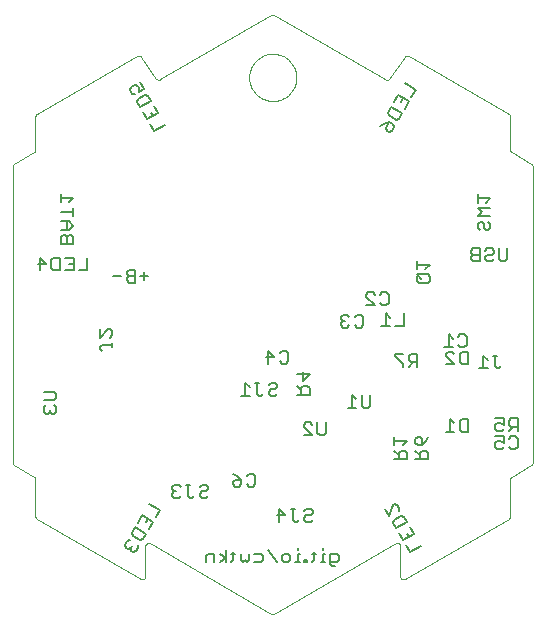
<source format=gbo>
G75*
%MOIN*%
%OFA0B0*%
%FSLAX24Y24*%
%IPPOS*%
%LPD*%
%AMOC8*
5,1,8,0,0,1.08239X$1,22.5*
%
%ADD10C,0.0000*%
%ADD11C,0.0080*%
D10*
X000950Y003328D02*
X004410Y001330D01*
X004427Y001322D01*
X004446Y001318D01*
X004465Y001317D01*
X004484Y001320D01*
X004502Y001326D01*
X004518Y001336D01*
X004532Y001348D01*
X004544Y001363D01*
X004553Y001380D01*
X004558Y001398D01*
X004560Y001417D01*
X004560Y002431D01*
X004562Y002450D01*
X004567Y002468D01*
X004576Y002485D01*
X004588Y002500D01*
X004602Y002512D01*
X004618Y002522D01*
X004636Y002528D01*
X004655Y002531D01*
X004674Y002530D01*
X004693Y002525D01*
X004710Y002518D01*
X004710Y002517D02*
X008760Y000179D01*
X008760Y000178D02*
X008776Y000171D01*
X008793Y000167D01*
X008810Y000165D01*
X008827Y000167D01*
X008844Y000171D01*
X008860Y000178D01*
X008860Y000179D02*
X012911Y002517D01*
X012911Y002518D02*
X012928Y002526D01*
X012947Y002530D01*
X012966Y002531D01*
X012985Y002528D01*
X013003Y002522D01*
X013019Y002512D01*
X013033Y002500D01*
X013045Y002485D01*
X013054Y002468D01*
X013059Y002450D01*
X013061Y002431D01*
X013061Y001417D01*
X013063Y001398D01*
X013068Y001380D01*
X013077Y001363D01*
X013089Y001348D01*
X013103Y001336D01*
X013119Y001326D01*
X013137Y001320D01*
X013156Y001317D01*
X013175Y001318D01*
X013194Y001323D01*
X013211Y001330D01*
X016671Y003328D01*
X016721Y003415D02*
X016721Y004659D01*
X016723Y004676D01*
X016727Y004693D01*
X016734Y004709D01*
X016744Y004723D01*
X016757Y004736D01*
X016771Y004746D01*
X017421Y005121D01*
X017471Y005208D02*
X017471Y015092D01*
X017421Y015179D02*
X016771Y015554D01*
X016757Y015564D01*
X016744Y015577D01*
X016734Y015591D01*
X016727Y015607D01*
X016723Y015624D01*
X016721Y015641D01*
X016721Y016755D01*
X016671Y016842D02*
X013336Y018767D01*
X013336Y018768D02*
X013319Y018775D01*
X013301Y018780D01*
X013283Y018781D01*
X013264Y018779D01*
X013247Y018773D01*
X013230Y018764D01*
X013216Y018752D01*
X013204Y018738D01*
X012696Y018012D01*
X012696Y018013D02*
X012684Y017999D01*
X012670Y017987D01*
X012653Y017978D01*
X012636Y017972D01*
X012617Y017970D01*
X012599Y017971D01*
X012581Y017976D01*
X012564Y017983D01*
X008860Y020121D01*
X008760Y020121D02*
X005057Y017983D01*
X005040Y017976D01*
X005022Y017971D01*
X005004Y017970D01*
X004985Y017972D01*
X004968Y017978D01*
X004951Y017987D01*
X004937Y017999D01*
X004925Y018013D01*
X004925Y018012D02*
X004417Y018738D01*
X004405Y018752D01*
X004391Y018764D01*
X004374Y018773D01*
X004357Y018779D01*
X004338Y018781D01*
X004320Y018780D01*
X004302Y018775D01*
X004285Y018768D01*
X004285Y018767D02*
X000950Y016842D01*
X000936Y016832D01*
X000923Y016819D01*
X000913Y016805D01*
X000906Y016789D01*
X000902Y016772D01*
X000900Y016755D01*
X000900Y015641D01*
X000898Y015624D01*
X000894Y015607D01*
X000887Y015591D01*
X000877Y015577D01*
X000864Y015564D01*
X000850Y015554D01*
X000200Y015179D01*
X000186Y015169D01*
X000173Y015156D01*
X000163Y015142D01*
X000156Y015126D01*
X000152Y015109D01*
X000150Y015092D01*
X000150Y005208D01*
X000152Y005191D01*
X000156Y005174D01*
X000163Y005158D01*
X000173Y005144D01*
X000186Y005131D01*
X000200Y005121D01*
X000850Y004746D01*
X000900Y004659D02*
X000900Y003415D01*
X000902Y003398D01*
X000906Y003381D01*
X000913Y003365D01*
X000923Y003351D01*
X000936Y003338D01*
X000950Y003328D01*
X000900Y004659D02*
X000898Y004676D01*
X000894Y004693D01*
X000887Y004709D01*
X000877Y004723D01*
X000864Y004736D01*
X000850Y004746D01*
X008023Y018050D02*
X008025Y018106D01*
X008031Y018161D01*
X008041Y018215D01*
X008054Y018269D01*
X008072Y018322D01*
X008093Y018373D01*
X008117Y018423D01*
X008145Y018471D01*
X008177Y018517D01*
X008211Y018561D01*
X008249Y018602D01*
X008289Y018640D01*
X008332Y018675D01*
X008377Y018707D01*
X008425Y018736D01*
X008474Y018762D01*
X008525Y018784D01*
X008577Y018802D01*
X008631Y018816D01*
X008686Y018827D01*
X008741Y018834D01*
X008796Y018837D01*
X008852Y018836D01*
X008907Y018831D01*
X008962Y018822D01*
X009016Y018810D01*
X009069Y018793D01*
X009121Y018773D01*
X009171Y018749D01*
X009219Y018722D01*
X009266Y018692D01*
X009310Y018658D01*
X009352Y018621D01*
X009390Y018581D01*
X009427Y018539D01*
X009460Y018494D01*
X009489Y018448D01*
X009516Y018399D01*
X009538Y018348D01*
X009558Y018296D01*
X009573Y018242D01*
X009585Y018188D01*
X009593Y018133D01*
X009597Y018078D01*
X009597Y018022D01*
X009593Y017967D01*
X009585Y017912D01*
X009573Y017858D01*
X009558Y017804D01*
X009538Y017752D01*
X009516Y017701D01*
X009489Y017652D01*
X009460Y017606D01*
X009427Y017561D01*
X009390Y017519D01*
X009352Y017479D01*
X009310Y017442D01*
X009266Y017408D01*
X009219Y017378D01*
X009171Y017351D01*
X009121Y017327D01*
X009069Y017307D01*
X009016Y017290D01*
X008962Y017278D01*
X008907Y017269D01*
X008852Y017264D01*
X008796Y017263D01*
X008741Y017266D01*
X008686Y017273D01*
X008631Y017284D01*
X008577Y017298D01*
X008525Y017316D01*
X008474Y017338D01*
X008425Y017364D01*
X008377Y017393D01*
X008332Y017425D01*
X008289Y017460D01*
X008249Y017498D01*
X008211Y017539D01*
X008177Y017583D01*
X008145Y017629D01*
X008117Y017677D01*
X008093Y017727D01*
X008072Y017778D01*
X008054Y017831D01*
X008041Y017885D01*
X008031Y017939D01*
X008025Y017994D01*
X008023Y018050D01*
X008760Y020122D02*
X008776Y020129D01*
X008793Y020133D01*
X008810Y020135D01*
X008827Y020133D01*
X008844Y020129D01*
X008860Y020122D01*
X016671Y016842D02*
X016685Y016832D01*
X016698Y016819D01*
X016708Y016805D01*
X016715Y016789D01*
X016719Y016772D01*
X016721Y016755D01*
X017421Y015179D02*
X017435Y015169D01*
X017448Y015156D01*
X017458Y015142D01*
X017465Y015126D01*
X017469Y015109D01*
X017471Y015092D01*
X017471Y005208D02*
X017469Y005191D01*
X017465Y005174D01*
X017458Y005158D01*
X017448Y005144D01*
X017435Y005131D01*
X017421Y005121D01*
X016721Y003415D02*
X016719Y003398D01*
X016715Y003381D01*
X016708Y003365D01*
X016698Y003351D01*
X016685Y003338D01*
X016671Y003328D01*
D11*
X016760Y005665D02*
X016690Y005735D01*
X016760Y005665D02*
X016900Y005665D01*
X016970Y005735D01*
X016970Y006015D01*
X016900Y006085D01*
X016760Y006085D01*
X016690Y006015D01*
X016510Y006085D02*
X016510Y005875D01*
X016370Y005945D01*
X016300Y005945D01*
X016230Y005875D01*
X016230Y005735D01*
X016300Y005665D01*
X016440Y005665D01*
X016510Y005735D01*
X016510Y006085D02*
X016230Y006085D01*
X016300Y006265D02*
X016440Y006265D01*
X016510Y006335D01*
X016510Y006475D02*
X016370Y006545D01*
X016300Y006545D01*
X016230Y006475D01*
X016230Y006335D01*
X016300Y006265D01*
X016510Y006475D02*
X016510Y006685D01*
X016230Y006685D01*
X016690Y006615D02*
X016690Y006475D01*
X016760Y006405D01*
X016970Y006405D01*
X016830Y006405D02*
X016690Y006265D01*
X016970Y006265D02*
X016970Y006685D01*
X016760Y006685D01*
X016690Y006615D01*
X015320Y006660D02*
X015320Y006240D01*
X015110Y006240D01*
X015040Y006310D01*
X015040Y006590D01*
X015110Y006660D01*
X015320Y006660D01*
X014860Y006520D02*
X014720Y006660D01*
X014720Y006240D01*
X014860Y006240D02*
X014580Y006240D01*
X013985Y006070D02*
X013915Y005930D01*
X013775Y005790D01*
X013775Y006000D01*
X013705Y006070D01*
X013635Y006070D01*
X013565Y006000D01*
X013565Y005860D01*
X013635Y005790D01*
X013775Y005790D01*
X013775Y005610D02*
X013705Y005540D01*
X013705Y005330D01*
X013705Y005470D02*
X013565Y005610D01*
X013775Y005610D02*
X013915Y005610D01*
X013985Y005540D01*
X013985Y005330D01*
X013565Y005330D01*
X013285Y005330D02*
X013285Y005540D01*
X013215Y005610D01*
X013075Y005610D01*
X013005Y005540D01*
X013005Y005330D01*
X013005Y005470D02*
X012865Y005610D01*
X012865Y005790D02*
X012865Y006070D01*
X012865Y005930D02*
X013285Y005930D01*
X013145Y005790D01*
X013285Y005330D02*
X012865Y005330D01*
X012861Y003836D02*
X012801Y003801D01*
X012698Y003418D01*
X012558Y003661D01*
X012861Y003836D02*
X012957Y003811D01*
X013027Y003689D01*
X013001Y003593D01*
X013091Y003437D02*
X012849Y003297D01*
X012823Y003202D01*
X012928Y003020D01*
X013292Y003230D01*
X013187Y003412D01*
X013091Y003437D01*
X013382Y003074D02*
X013522Y002831D01*
X013158Y002621D01*
X013018Y002864D01*
X013270Y002847D02*
X013340Y002726D01*
X013248Y002465D02*
X013389Y002222D01*
X013753Y002432D01*
X011010Y002100D02*
X011010Y001960D01*
X010940Y001890D01*
X010730Y001890D01*
X010730Y001820D02*
X010730Y002170D01*
X010940Y002170D01*
X011010Y002100D01*
X010870Y001750D02*
X010800Y001750D01*
X010730Y001820D01*
X010550Y001890D02*
X010409Y001890D01*
X010480Y001890D02*
X010480Y002170D01*
X010550Y002170D01*
X010480Y002310D02*
X010480Y002380D01*
X010243Y002170D02*
X010103Y002170D01*
X010173Y002240D02*
X010173Y001960D01*
X010103Y001890D01*
X009936Y001890D02*
X009866Y001890D01*
X009866Y001960D01*
X009936Y001960D01*
X009936Y001890D01*
X009706Y001890D02*
X009565Y001890D01*
X009635Y001890D02*
X009635Y002170D01*
X009706Y002170D01*
X009635Y002310D02*
X009635Y002380D01*
X009399Y002100D02*
X009399Y001960D01*
X009329Y001890D01*
X009188Y001890D01*
X009118Y001960D01*
X009118Y002100D01*
X009188Y002170D01*
X009329Y002170D01*
X009399Y002100D01*
X008938Y001890D02*
X008658Y002310D01*
X008478Y002100D02*
X008478Y001960D01*
X008408Y001890D01*
X008198Y001890D01*
X008017Y001960D02*
X008017Y002170D01*
X008198Y002170D02*
X008408Y002170D01*
X008478Y002100D01*
X008017Y001960D02*
X007947Y001890D01*
X007877Y001960D01*
X007807Y001890D01*
X007737Y001960D01*
X007737Y002170D01*
X007557Y002170D02*
X007417Y002170D01*
X007487Y002240D02*
X007487Y001960D01*
X007417Y001890D01*
X007250Y001890D02*
X007250Y002310D01*
X007040Y002170D02*
X007250Y002030D01*
X007040Y001890D01*
X006866Y001890D02*
X006866Y002170D01*
X006656Y002170D01*
X006586Y002100D01*
X006586Y001890D01*
X004912Y003395D02*
X005052Y003638D01*
X004688Y003848D01*
X004458Y003449D02*
X004822Y003239D01*
X004682Y002996D01*
X004592Y002840D02*
X004487Y002658D01*
X004391Y002633D01*
X004148Y002773D01*
X004123Y002869D01*
X004228Y003051D01*
X004592Y002840D01*
X004570Y003223D02*
X004640Y003344D01*
X004458Y003449D02*
X004318Y003207D01*
X004058Y002617D02*
X003963Y002591D01*
X003893Y002470D01*
X003918Y002374D01*
X003979Y002339D01*
X004075Y002365D01*
X004100Y002269D01*
X004161Y002234D01*
X004257Y002260D01*
X004327Y002381D01*
X004301Y002477D01*
X004110Y002425D02*
X004075Y002365D01*
X005529Y004040D02*
X005669Y004040D01*
X005739Y004110D01*
X005599Y004250D02*
X005529Y004250D01*
X005459Y004180D01*
X005459Y004110D01*
X005529Y004040D01*
X005529Y004250D02*
X005459Y004320D01*
X005459Y004390D01*
X005529Y004460D01*
X005669Y004460D01*
X005739Y004390D01*
X005919Y004460D02*
X006059Y004460D01*
X005989Y004460D02*
X005989Y004110D01*
X006059Y004040D01*
X006130Y004040D01*
X006200Y004110D01*
X006380Y004110D02*
X006450Y004040D01*
X006590Y004040D01*
X006660Y004110D01*
X006590Y004250D02*
X006450Y004250D01*
X006380Y004180D01*
X006380Y004110D01*
X006590Y004250D02*
X006660Y004320D01*
X006660Y004390D01*
X006590Y004460D01*
X006450Y004460D01*
X006380Y004390D01*
X007480Y004485D02*
X007550Y004415D01*
X007690Y004415D01*
X007760Y004485D01*
X007760Y004625D01*
X007550Y004625D01*
X007480Y004555D01*
X007480Y004485D01*
X007620Y004765D02*
X007760Y004625D01*
X007620Y004765D02*
X007480Y004835D01*
X007940Y004765D02*
X008010Y004835D01*
X008150Y004835D01*
X008220Y004765D01*
X008220Y004485D01*
X008150Y004415D01*
X008010Y004415D01*
X007940Y004485D01*
X009010Y003660D02*
X009220Y003450D01*
X008940Y003450D01*
X009010Y003240D02*
X009010Y003660D01*
X009401Y003660D02*
X009541Y003660D01*
X009471Y003660D02*
X009471Y003310D01*
X009541Y003240D01*
X009611Y003240D01*
X009681Y003310D01*
X009861Y003310D02*
X009931Y003240D01*
X010071Y003240D01*
X010141Y003310D01*
X010071Y003450D02*
X010141Y003520D01*
X010141Y003590D01*
X010071Y003660D01*
X009931Y003660D01*
X009861Y003590D01*
X009931Y003450D02*
X009861Y003380D01*
X009861Y003310D01*
X009931Y003450D02*
X010071Y003450D01*
X010120Y006130D02*
X009839Y006130D01*
X009839Y006410D02*
X009839Y006480D01*
X009909Y006550D01*
X010050Y006550D01*
X010120Y006480D01*
X010300Y006550D02*
X010300Y006200D01*
X010370Y006130D01*
X010510Y006130D01*
X010580Y006200D01*
X010580Y006550D01*
X010120Y006130D02*
X009839Y006410D01*
X009755Y007480D02*
X009755Y007690D01*
X009825Y007760D01*
X009965Y007760D01*
X010035Y007690D01*
X010035Y007480D01*
X009615Y007480D01*
X009755Y007620D02*
X009615Y007760D01*
X009825Y007940D02*
X009825Y008220D01*
X009615Y008150D02*
X010035Y008150D01*
X009825Y007940D01*
X009250Y008515D02*
X009320Y008585D01*
X009320Y008865D01*
X009250Y008935D01*
X009110Y008935D01*
X009040Y008865D01*
X008860Y008725D02*
X008580Y008725D01*
X008650Y008515D02*
X008650Y008935D01*
X008860Y008725D01*
X009040Y008585D02*
X009110Y008515D01*
X009250Y008515D01*
X008890Y007860D02*
X008750Y007860D01*
X008680Y007790D01*
X008750Y007650D02*
X008680Y007580D01*
X008680Y007510D01*
X008750Y007440D01*
X008890Y007440D01*
X008960Y007510D01*
X008890Y007650D02*
X008750Y007650D01*
X008890Y007650D02*
X008960Y007720D01*
X008960Y007790D01*
X008890Y007860D01*
X008500Y007510D02*
X008430Y007440D01*
X008359Y007440D01*
X008289Y007510D01*
X008289Y007860D01*
X008359Y007860D02*
X008219Y007860D01*
X008039Y007720D02*
X007899Y007860D01*
X007899Y007440D01*
X008039Y007440D02*
X007759Y007440D01*
X011080Y009785D02*
X011150Y009715D01*
X011290Y009715D01*
X011360Y009785D01*
X011540Y009785D02*
X011610Y009715D01*
X011750Y009715D01*
X011820Y009785D01*
X011820Y010065D01*
X011750Y010135D01*
X011610Y010135D01*
X011540Y010065D01*
X011360Y010065D02*
X011290Y010135D01*
X011150Y010135D01*
X011080Y010065D01*
X011080Y009995D01*
X011150Y009925D01*
X011080Y009855D01*
X011080Y009785D01*
X011150Y009925D02*
X011220Y009925D01*
X011930Y010465D02*
X012210Y010465D01*
X011930Y010745D01*
X011930Y010815D01*
X012000Y010885D01*
X012140Y010885D01*
X012210Y010815D01*
X012390Y010815D02*
X012460Y010885D01*
X012600Y010885D01*
X012670Y010815D01*
X012670Y010535D01*
X012600Y010465D01*
X012460Y010465D01*
X012390Y010535D01*
X012570Y010185D02*
X012570Y009765D01*
X012710Y009765D02*
X012430Y009765D01*
X012710Y010045D02*
X012570Y010185D01*
X012890Y009765D02*
X013170Y009765D01*
X013170Y010185D01*
X013689Y011202D02*
X013619Y011272D01*
X013619Y011412D01*
X013689Y011483D01*
X013969Y011483D01*
X014039Y011412D01*
X014039Y011272D01*
X013969Y011202D01*
X013689Y011202D01*
X013759Y011342D02*
X013619Y011483D01*
X013619Y011663D02*
X013619Y011943D01*
X013619Y011803D02*
X014039Y011803D01*
X013899Y011663D01*
X015430Y012002D02*
X015500Y011932D01*
X015711Y011932D01*
X015711Y012352D01*
X015500Y012352D01*
X015430Y012282D01*
X015430Y012212D01*
X015500Y012142D01*
X015711Y012142D01*
X015891Y012072D02*
X015891Y012002D01*
X015961Y011932D01*
X016101Y011932D01*
X016171Y012002D01*
X016101Y012142D02*
X015961Y012142D01*
X015891Y012072D01*
X015891Y012282D02*
X015961Y012352D01*
X016101Y012352D01*
X016171Y012282D01*
X016171Y012212D01*
X016101Y012142D01*
X016351Y012002D02*
X016421Y011932D01*
X016561Y011932D01*
X016631Y012002D01*
X016631Y012352D01*
X016351Y012352D02*
X016351Y012002D01*
X015990Y012959D02*
X015920Y012959D01*
X015850Y013029D01*
X015850Y013169D01*
X015780Y013239D01*
X015710Y013239D01*
X015640Y013169D01*
X015640Y013029D01*
X015710Y012959D01*
X015990Y012959D02*
X016060Y013029D01*
X016060Y013169D01*
X015990Y013239D01*
X016060Y013419D02*
X015640Y013419D01*
X015780Y013559D01*
X015640Y013699D01*
X016060Y013699D01*
X015920Y013880D02*
X016060Y014020D01*
X015640Y014020D01*
X015640Y013880D02*
X015640Y014160D01*
X015500Y012142D02*
X015430Y012072D01*
X015430Y012002D01*
X015200Y009485D02*
X015060Y009485D01*
X014990Y009415D01*
X014810Y009345D02*
X014670Y009485D01*
X014670Y009065D01*
X014810Y009065D02*
X014530Y009065D01*
X014650Y008910D02*
X014580Y008840D01*
X014580Y008770D01*
X014860Y008490D01*
X014580Y008490D01*
X014650Y008910D02*
X014790Y008910D01*
X014860Y008840D01*
X015040Y008840D02*
X015040Y008560D01*
X015110Y008490D01*
X015320Y008490D01*
X015320Y008910D01*
X015110Y008910D01*
X015040Y008840D01*
X015060Y009065D02*
X014990Y009135D01*
X015060Y009065D02*
X015200Y009065D01*
X015270Y009135D01*
X015270Y009415D01*
X015200Y009485D01*
X015828Y008770D02*
X015828Y008349D01*
X015968Y008349D02*
X015688Y008349D01*
X015968Y008630D02*
X015828Y008770D01*
X016148Y008770D02*
X016288Y008770D01*
X016218Y008770D02*
X016218Y008420D01*
X016288Y008349D01*
X016358Y008349D01*
X016428Y008420D01*
X013620Y008415D02*
X013620Y008835D01*
X013410Y008835D01*
X013340Y008765D01*
X013340Y008625D01*
X013410Y008555D01*
X013620Y008555D01*
X013480Y008555D02*
X013340Y008415D01*
X013160Y008415D02*
X013160Y008485D01*
X012880Y008765D01*
X012880Y008835D01*
X013160Y008835D01*
X012060Y007460D02*
X012060Y007110D01*
X011990Y007040D01*
X011850Y007040D01*
X011780Y007110D01*
X011780Y007460D01*
X011600Y007320D02*
X011459Y007460D01*
X011459Y007040D01*
X011319Y007040D02*
X011600Y007040D01*
X004664Y011424D02*
X004384Y011424D01*
X004214Y011424D02*
X004004Y011424D01*
X003934Y011354D01*
X003934Y011284D01*
X004004Y011214D01*
X004214Y011214D01*
X004214Y011634D01*
X004004Y011634D01*
X003934Y011564D01*
X003934Y011494D01*
X004004Y011424D01*
X003754Y011424D02*
X003474Y011424D01*
X002631Y011620D02*
X002351Y011620D01*
X002170Y011620D02*
X001890Y011620D01*
X001710Y011620D02*
X001500Y011620D01*
X001430Y011690D01*
X001430Y011970D01*
X001500Y012040D01*
X001710Y012040D01*
X001710Y011620D01*
X002030Y011830D02*
X002170Y011830D01*
X002170Y012040D02*
X002170Y011620D01*
X002170Y012040D02*
X001890Y012040D01*
X001950Y012509D02*
X001950Y012719D01*
X001880Y012789D01*
X001810Y012789D01*
X001740Y012719D01*
X001740Y012509D01*
X002160Y012509D01*
X002160Y012719D01*
X002090Y012789D01*
X002020Y012789D01*
X001950Y012719D01*
X001950Y012969D02*
X001950Y013249D01*
X002020Y013249D02*
X002160Y013109D01*
X002020Y012969D01*
X001740Y012969D01*
X001740Y013249D02*
X002020Y013249D01*
X002160Y013429D02*
X002160Y013710D01*
X002160Y013570D02*
X001740Y013570D01*
X001740Y013890D02*
X001740Y014170D01*
X001740Y014030D02*
X002160Y014030D01*
X002020Y013890D01*
X002631Y012040D02*
X002631Y011620D01*
X001250Y011830D02*
X000969Y011830D01*
X001039Y011620D02*
X001039Y012040D01*
X001250Y011830D01*
X003040Y009660D02*
X003040Y009380D01*
X003320Y009660D01*
X003390Y009660D01*
X003460Y009590D01*
X003460Y009450D01*
X003390Y009380D01*
X003460Y009199D02*
X003460Y009059D01*
X003460Y009129D02*
X003110Y009129D01*
X003040Y009059D01*
X003040Y008989D01*
X003110Y008919D01*
X001590Y007510D02*
X001590Y007370D01*
X001520Y007300D01*
X001170Y007300D01*
X001240Y007120D02*
X001170Y007050D01*
X001170Y006909D01*
X001240Y006839D01*
X001310Y006839D01*
X001380Y006909D01*
X001450Y006839D01*
X001520Y006839D01*
X001590Y006909D01*
X001590Y007050D01*
X001520Y007120D01*
X001380Y006979D02*
X001380Y006909D01*
X001590Y007510D02*
X001520Y007580D01*
X001170Y007580D01*
X004524Y011284D02*
X004524Y011564D01*
X004859Y016252D02*
X004718Y016495D01*
X004628Y016651D02*
X004488Y016894D01*
X004398Y017050D02*
X004293Y017232D01*
X004319Y017327D01*
X004561Y017467D01*
X004657Y017442D01*
X004762Y017260D01*
X004398Y017050D01*
X004628Y016651D02*
X004992Y016861D01*
X004852Y017104D01*
X004740Y016877D02*
X004810Y016756D01*
X005223Y016462D02*
X004859Y016252D01*
X004229Y017483D02*
X004133Y017509D01*
X004063Y017630D01*
X004088Y017726D01*
X004210Y017796D01*
X004306Y017770D01*
X004341Y017710D01*
X004350Y017553D01*
X004532Y017659D01*
X004392Y017901D01*
X012378Y016419D02*
X012508Y016505D01*
X012700Y016557D01*
X012595Y016375D01*
X012620Y016279D01*
X012681Y016244D01*
X012777Y016270D01*
X012847Y016391D01*
X012821Y016487D01*
X012700Y016557D01*
X012911Y016643D02*
X012668Y016783D01*
X012643Y016879D01*
X012748Y017061D01*
X013112Y016850D01*
X013007Y016668D01*
X012911Y016643D01*
X013202Y017006D02*
X013342Y017249D01*
X012978Y017459D01*
X012838Y017217D01*
X013090Y017233D02*
X013160Y017354D01*
X013432Y017405D02*
X013572Y017648D01*
X013208Y017858D01*
M02*

</source>
